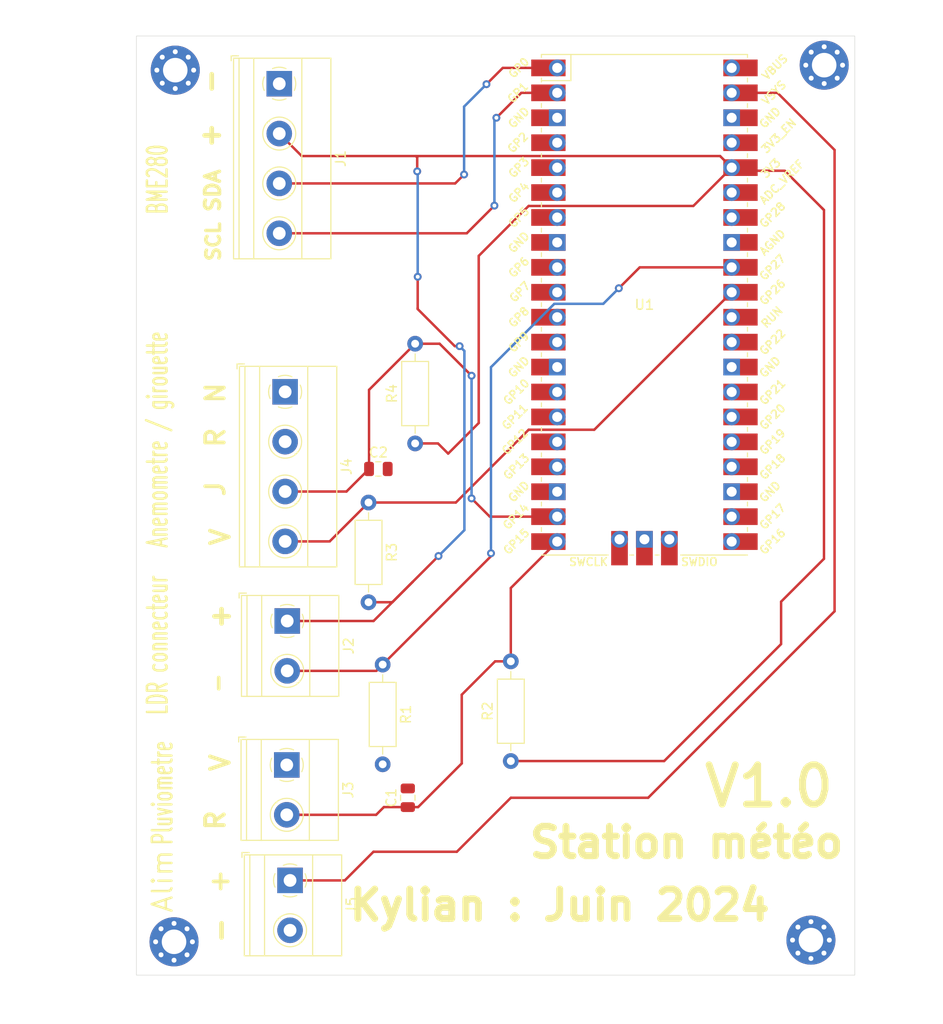
<source format=kicad_pcb>
(kicad_pcb (version 20240108) (generator "pcbnew") (generator_version "8.0")
  (layers (0 "F.Cu" signal) (31 "B.Cu" signal) (34 "B.Paste" user) (35 "F.Paste" user) (36 "B.SilkS" user "B.Silkscreen") (37 "F.SilkS" user "F.Silkscreen") (38 "B.Mask" user) (39 "F.Mask" user) (44 "Edge.Cuts" user))
  (net 0 "")
  (net 1 "GND")
  (net 2 "SCL")
  (net 3 "SDA")
  (net 4 "+3V3")
  (net 5 "A0")
  (net 6 "GP15")
  (net 7 "A1")
  (net 8 "A2")
  (net 13 "Vsyn")
  (net 18 "GP14")
  (footprint "TerminalBlock_Phoenix:TerminalBlock_Phoenix_MKDS-1,5-2-5.08_1x02_P5.08mm_Horizontal" (layer "F.Cu") (at 138.71 120.49 -90)
    (property "Reference" "J2" (at 2.54 -6.26 90) (layer "F.SilkS"))
    (property "Value" "LDR connecteur " (at 2.01 13.21 90) (layer "F.SilkS") (effects (font (size 2 1.2) (thickness 0.25) (bold yes))))
    (pad "1" thru_hole rect (at 0 0 270) (size 2.6 2.6) (drill 1.3) (layers "*.Cu" "*.Mask") (net 4 "+3V3"))
    (pad "2" thru_hole circle (at 5.08 0 270) (size 2.6 2.6) (drill 1.3) (layers "*.Cu" "*.Mask") (net 7 "A1"))
  )
  (footprint "Capacitor_SMD:C_0805_2012Metric" (layer "F.Cu") (at 148 105)
    (property "Reference" "C2" (at 0 -1.68 0) (layer "F.SilkS"))
    (property "Value" "10pF")
    (pad "1" smd roundrect (at -0.95 0) (size 1 1.45) (layers "F.Cu" "F.Paste" "F.Mask") (net 18 "GP14"))
    (pad "2" smd roundrect (at 0.95 0) (size 1 1.45) (layers "F.Cu" "F.Paste" "F.Mask") (net 1 "GND"))
  )
  (footprint "Resistor_THT:R_Axial_DIN0207_L6.3mm_D2.5mm_P10.16mm_Horizontal" (layer "F.Cu") (at 148.44 124.93 -90)
    (property "Reference" "R1" (at 5.08 -2.37 -90) (layer "F.SilkS"))
    (property "Value" "10000 ohm")
    (pad "1" thru_hole circle (at 0 0 270) (size 1.6 1.6) (drill 0.8) (layers "*.Cu" "*.Mask") (net 7 "A1"))
    (pad "2" thru_hole oval (at 10.16 0 270) (size 1.6 1.6) (drill 0.8) (layers "*.Cu" "*.Mask") (net 1 "GND"))
  )
  (footprint "Capacitor_SMD:C_0805_2012Metric" (layer "F.Cu") (at 151 138.5 90)
    (property "Reference" "C1" (at 0 -1.68 -90) (layer "F.SilkS"))
    (property "Value" "10pF")
    (pad "1" smd roundrect (at -0.95 0 90) (size 1 1.45) (layers "F.Cu" "F.Paste" "F.Mask") (net 6 "GP15"))
    (pad "2" smd roundrect (at 0.95 0 90) (size 1 1.45) (layers "F.Cu" "F.Paste" "F.Mask") (net 1 "GND"))
  )
  (footprint "MountingHole:MountingHole_2.5mm_Pad_Via" (layer "F.Cu") (at 127.3 64.37)
    (property "Reference" "REF**" (hide yes))
    (property "Value" "MountingHole_2.5mm_Pad_Via" (hide yes))
    (pad "1" thru_hole circle (at -1.875 0) (size 0.8 0.8) (drill 0.5) (layers "*.Cu" "*.Mask"))
    (pad "1" thru_hole circle (at -1.325825 -1.325825) (size 0.8 0.8) (drill 0.5) (layers "*.Cu" "*.Mask"))
    (pad "1" thru_hole circle (at -1.325825 1.325825) (size 0.8 0.8) (drill 0.5) (layers "*.Cu" "*.Mask"))
    (pad "1" thru_hole circle (at 0 -1.875) (size 0.8 0.8) (drill 0.5) (layers "*.Cu" "*.Mask"))
    (pad "1" thru_hole circle (at 0 0) (size 5 5) (drill 2.5) (layers "*.Cu" "*.Mask"))
    (pad "1" thru_hole circle (at 0 1.875) (size 0.8 0.8) (drill 0.5) (layers "*.Cu" "*.Mask"))
    (pad "1" thru_hole circle (at 1.325825 -1.325825) (size 0.8 0.8) (drill 0.5) (layers "*.Cu" "*.Mask"))
    (pad "1" thru_hole circle (at 1.325825 1.325825) (size 0.8 0.8) (drill 0.5) (layers "*.Cu" "*.Mask"))
    (pad "1" thru_hole circle (at 1.875 0) (size 0.8 0.8) (drill 0.5) (layers "*.Cu" "*.Mask"))
  )
  (footprint "MountingHole:MountingHole_2.5mm_Pad_Via" (layer "F.Cu") (at 192.09 153)
    (property "Reference" "REF**" (hide yes))
    (property "Value" "MountingHole_2.5mm_Pad_Via" (hide yes))
    (pad "1" thru_hole circle (at -1.875 0) (size 0.8 0.8) (drill 0.5) (layers "*.Cu" "*.Mask"))
    (pad "1" thru_hole circle (at -1.325825 -1.325825) (size 0.8 0.8) (drill 0.5) (layers "*.Cu" "*.Mask"))
    (pad "1" thru_hole circle (at -1.325825 1.325825) (size 0.8 0.8) (drill 0.5) (layers "*.Cu" "*.Mask"))
    (pad "1" thru_hole circle (at 0 -1.875) (size 0.8 0.8) (drill 0.5) (layers "*.Cu" "*.Mask"))
    (pad "1" thru_hole circle (at 0 0) (size 5 5) (drill 2.5) (layers "*.Cu" "*.Mask"))
    (pad "1" thru_hole circle (at 0 1.875) (size 0.8 0.8) (drill 0.5) (layers "*.Cu" "*.Mask"))
    (pad "1" thru_hole circle (at 1.325825 -1.325825) (size 0.8 0.8) (drill 0.5) (layers "*.Cu" "*.Mask"))
    (pad "1" thru_hole circle (at 1.325825 1.325825) (size 0.8 0.8) (drill 0.5) (layers "*.Cu" "*.Mask"))
    (pad "1" thru_hole circle (at 1.875 0) (size 0.8 0.8) (drill 0.5) (layers "*.Cu" "*.Mask"))
  )
  (footprint "MountingHole:MountingHole_2.5mm_Pad_Via" (layer "F.Cu") (at 127.174175 153.174175)
    (property "Reference" "REF**" (hide yes))
    (property "Value" "MountingHole_2.5mm_Pad_Via" (hide yes))
    (pad "1" thru_hole circle (at -1.875 0) (size 0.8 0.8) (drill 0.5) (layers "*.Cu" "*.Mask"))
    (pad "1" thru_hole circle (at -1.325825 -1.325825) (size 0.8 0.8) (drill 0.5) (layers "*.Cu" "*.Mask"))
    (pad "1" thru_hole circle (at -1.325825 1.325825) (size 0.8 0.8) (drill 0.5) (layers "*.Cu" "*.Mask"))
    (pad "1" thru_hole circle (at 0 -1.875) (size 0.8 0.8) (drill 0.5) (layers "*.Cu" "*.Mask"))
    (pad "1" thru_hole circle (at 0 0) (size 5 5) (drill 2.5) (layers "*.Cu" "*.Mask"))
    (pad "1" thru_hole circle (at 0 1.875) (size 0.8 0.8) (drill 0.5) (layers "*.Cu" "*.Mask"))
    (pad "1" thru_hole circle (at 1.325825 -1.325825) (size 0.8 0.8) (drill 0.5) (layers "*.Cu" "*.Mask"))
    (pad "1" thru_hole circle (at 1.325825 1.325825) (size 0.8 0.8) (drill 0.5) (layers "*.Cu" "*.Mask"))
    (pad "1" thru_hole circle (at 1.875 0) (size 0.8 0.8) (drill 0.5) (layers "*.Cu" "*.Mask"))
  )
  (footprint "TerminalBlock_Phoenix:TerminalBlock_Phoenix_MKDS-1,5-2-5.08_1x02_P5.08mm_Horizontal" (layer "F.Cu") (at 138.665 135.155 -90)
    (property "Reference" "J3" (at 2.54 -6.26 90) (layer "F.SilkS"))
    (property "Value" "Pluviometre" (at 2.845 12.665 90) (layer "F.SilkS") (effects (font (size 2 1.2) (thickness 0.25) (bold yes))))
    (pad "1" thru_hole rect (at 0 0 270) (size 2.6 2.6) (drill 1.3) (layers "*.Cu" "*.Mask") (net 1 "GND"))
    (pad "2" thru_hole circle (at 5.08 0 270) (size 2.6 2.6) (drill 1.3) (layers "*.Cu" "*.Mask") (net 6 "GP15"))
  )
  (footprint "TerminalBlock_Phoenix:TerminalBlock_Phoenix_MKDS-1,5-2-5.08_1x02_P5.08mm_Horizontal" (layer "F.Cu") (at 139 146.92 -90)
    (property "Reference" "J5" (at 2.54 -6.26 90) (layer "F.SilkS"))
    (property "Value" "Alim" (at 0.08 13 90) (layer "F.SilkS") (effects (font (size 2 2) (thickness 0.25) (bold yes))))
    (pad "1" thru_hole rect (at 0 0 270) (size 2.6 2.6) (drill 1.3) (layers "*.Cu" "*.Mask") (net 13 "Vsyn"))
    (pad "2" thru_hole circle (at 5.08 0 270) (size 2.6 2.6) (drill 1.3) (layers "*.Cu" "*.Mask") (net 1 "GND"))
  )
  (footprint "Resistor_THT:R_Axial_DIN0207_L6.3mm_D2.5mm_P10.16mm_Horizontal" (layer "F.Cu") (at 151.75 102.4 90)
    (property "Reference" "R4" (at 5.08 -2.37 90) (layer "F.SilkS"))
    (property "Value" "100K Ohm")
    (pad "1" thru_hole circle (at 0 0 90) (size 1.6 1.6) (drill 0.8) (layers "*.Cu" "*.Mask") (net 4 "+3V3"))
    (pad "2" thru_hole oval (at 10.16 0 90) (size 1.6 1.6) (drill 0.8) (layers "*.Cu" "*.Mask") (net 18 "GP14"))
  )
  (footprint "MountingHole:MountingHole_2.5mm_Pad_Via" (layer "F.Cu") (at 193.44 63.86)
    (property "Reference" "REF**" (hide yes))
    (property "Value" "MountingHole_2.5mm_Pad_Via" (hide yes))
    (pad "1" thru_hole circle (at -1.875 0) (size 0.8 0.8) (drill 0.5) (layers "*.Cu" "*.Mask"))
    (pad "1" thru_hole circle (at -1.325825 -1.325825) (size 0.8 0.8) (drill 0.5) (layers "*.Cu" "*.Mask"))
    (pad "1" thru_hole circle (at -1.325825 1.325825) (size 0.8 0.8) (drill 0.5) (layers "*.Cu" "*.Mask"))
    (pad "1" thru_hole circle (at 0 -1.875) (size 0.8 0.8) (drill 0.5) (layers "*.Cu" "*.Mask"))
    (pad "1" thru_hole circle (at 0 0) (size 5 5) (drill 2.5) (layers "*.Cu" "*.Mask"))
    (pad "1" thru_hole circle (at 0 1.875) (size 0.8 0.8) (drill 0.5) (layers "*.Cu" "*.Mask"))
    (pad "1" thru_hole circle (at 1.325825 -1.325825) (size 0.8 0.8) (drill 0.5) (layers "*.Cu" "*.Mask"))
    (pad "1" thru_hole circle (at 1.325825 1.325825) (size 0.8 0.8) (drill 0.5) (layers "*.Cu" "*.Mask"))
    (pad "1" thru_hole circle (at 1.875 0) (size 0.8 0.8) (drill 0.5) (layers "*.Cu" "*.Mask"))
  )
  (footprint "Resistor_THT:R_Axial_DIN0207_L6.3mm_D2.5mm_P10.16mm_Horizontal" (layer "F.Cu") (at 147 108.42 -90)
    (property "Reference" "R3" (at 5.08 -2.37 90) (layer "F.SilkS"))
    (property "Value" "R")
    (pad "1" thru_hole circle (at 0 0 270) (size 1.6 1.6) (drill 0.8) (layers "*.Cu" "*.Mask") (net 5 "A0"))
    (pad "2" thru_hole oval (at 10.16 0 270) (size 1.6 1.6) (drill 0.8) (layers "*.Cu" "*.Mask") (net 4 "+3V3"))
  )
  (footprint "Resistor_THT:R_Axial_DIN0207_L6.3mm_D2.5mm_P10.16mm_Horizontal" (layer "F.Cu") (at 161.5 134.76 90)
    (property "Reference" "R2" (at 5.08 -2.37 90) (layer "F.SilkS"))
    (property "Value" "100K Ohm")
    (pad "1" thru_hole circle (at 0 0 90) (size 1.6 1.6) (drill 0.8) (layers "*.Cu" "*.Mask") (net 4 "+3V3"))
    (pad "2" thru_hole oval (at 10.16 0 90) (size 1.6 1.6) (drill 0.8) (layers "*.Cu" "*.Mask") (net 6 "GP15"))
  )
  (footprint "MCU_RaspberryPi_and_Boards:RPi_Pico_SMD_TH" (layer "F.Cu") (at 175.12 88.27)
    (property "Reference" "U1" (at 0 0 0) (layer "F.SilkS"))
    (property "Value" "Pico")
    (fp_text user "GP21" (at 13.054 8.9 45) (layer "F.SilkS") (effects (font (size 0.8 0.8))))
    (fp_text user "GP6" (at -12.8 -3.81 45) (layer "F.SilkS") (effects (font (size 0.8 0.8))))
    (fp_text user "GP27" (at 13.054 -3.8 45) (layer "F.SilkS") (effects (font (size 0.8 0.8))))
    (fp_text user "GND" (at -12.8 6.35 45) (layer "F.SilkS") (effects (font (size 0.8 0.8))))
    (fp_text user "SWCLK" (at -5.7 26.2 0) (layer "F.SilkS") (effects (font (size 0.8 0.8))))
    (fp_text user "GP26" (at 13.054 -1.27 45) (layer "F.SilkS") (effects (font (size 0.8 0.8))))
    (fp_text user "GP12" (at -13.2 13.97 45) (layer "F.SilkS") (effects (font (size 0.8 0.8))))
    (fp_text user "GP1" (at -12.9 -21.6 45) (layer "F.SilkS") (effects (font (size 0.8 0.8))))
    (fp_text user "GND" (at 12.8 19.05 45) (layer "F.SilkS") (effects (font (size 0.8 0.8))))
    (fp_text user "GP17" (at 13.054 21.59 45) (layer "F.SilkS") (effects (font (size 0.8 0.8))))
    (fp_text user "3V3_EN" (at 13.7 -17.2 45) (layer "F.SilkS") (effects (font (size 0.8 0.8))))
    (fp_text user "GP3" (at -12.8 -13.97 45) (layer "F.SilkS") (effects (font (size 0.8 0.8))))
    (fp_text user "GP9" (at -12.8 3.81 45) (layer "F.SilkS") (effects (font (size 0.8 0.8))))
    (fp_text user "GP11" (at -13.2 11.43 45) (layer "F.SilkS") (effects (font (size 0.8 0.8))))
    (fp_text user "SWDIO" (at 5.6 26.2 0) (layer "F.SilkS") (effects (font (size 0.8 0.8))))
    (fp_text user "GP22" (at 13.054 3.81 45) (layer "F.SilkS") (effects (font (size 0.8 0.8))))
    (fp_text user "GND" (at -12.8 19.05 45) (layer "F.SilkS") (effects (font (size 0.8 0.8))))
    (fp_text user "GP16" (at 13.054 24.13 45) (layer "F.SilkS") (effects (font (size 0.8 0.8))))
    (fp_text user "GND" (at 12.8 -19.05 45) (layer "F.SilkS") (effects (font (size 0.8 0.8))))
    (fp_text user "GND" (at 12.8 6.35 45) (layer "F.SilkS") (effects (font (size 0.8 0.8))))
    (fp_text user "GP5" (at -12.8 -8.89 45) (layer "F.SilkS") (effects (font (size 0.8 0.8))))
    (fp_text user "ADC_VREF" (at 14 -12.5 45) (layer "F.SilkS") (effects (font (size 0.8 0.8))))
    (fp_text user "GP18" (at 13.054 16.51 45) (layer "F.SilkS") (effects (font (size 0.8 0.8))))
    (fp_text user "GND" (at -12.8 -6.35 45) (layer "F.SilkS") (effects (font (size 0.8 0.8))))
    (fp_text user "GP7" (at -12.7 -1.3 45) (layer "F.SilkS") (effects (font (size 0.8 0.8))))
    (fp_text user "GP28" (at 13.054 -9.144 45) (layer "F.SilkS") (effects (font (size 0.8 0.8))))
    (fp_text user "3V3" (at 12.9 -13.9 45) (layer "F.SilkS") (effects (font (size 0.8 0.8))))
    (fp_text user "GP15" (at -13.054 24.13 45) (layer "F.SilkS") (effects (font (size 0.8 0.8))))
    (fp_text user "GP20" (at 13.054 11.43 45) (layer "F.SilkS") (effects (font (size 0.8 0.8))))
    (fp_text user "VBUS" (at 13.3 -24.2 45) (layer "F.SilkS") (effects (font (size 0.8 0.8))))
    (fp_text user "GP14" (at -13.1 21.59 45) (layer "F.SilkS") (effects (font (size 0.8 0.8))))
    (fp_text user "GP13" (at -13.054 16.51 45) (layer "F.SilkS") (effects (font (size 0.8 0.8))))
    (fp_text user "RUN" (at 13 1.27 45) (layer "F.SilkS") (effects (font (size 0.8 0.8))))
    (fp_text user "GP2" (at -12.9 -16.51 45) (layer "F.SilkS") (effects (font (size 0.8 0.8))))
    (fp_text user "GP8" (at -12.8 1.27 45) (layer "F.SilkS") (effects (font (size 0.8 0.8))))
    (fp_text user "GP10" (at -13.054 8.89 45) (layer "F.SilkS") (effects (font (size 0.8 0.8))))
    (fp_text user "GP19" (at 13.054 13.97 45) (layer "F.SilkS") (effects (font (size 0.8 0.8))))
    (fp_text user "GP4" (at -12.8 -11.43 45) (layer "F.SilkS") (effects (font (size 0.8 0.8))))
    (fp_text user "GND" (at -12.8 -19.05 45) (layer "F.SilkS") (effects (font (size 0.8 0.8))))
    (fp_text user "VSYS" (at 13.2 -21.59 45) (layer "F.SilkS") (effects (font (size 0.8 0.8))))
    (fp_text user "GP0" (at -12.8 -24.13 45) (layer "F.SilkS") (effects (font (size 0.8 0.8))))
    (fp_text user "AGND" (at 13.054 -6.35 45) (layer "F.SilkS") (effects (font (size 0.8 0.8))))
    (pad "" np_thru_hole oval (at -2.725 -24) (size 1.8 1.8) (drill 1.8) (layers "*.Cu" "*.Mask"))
    (pad "" np_thru_hole oval (at -2.425 -20.97) (size 1.5 1.5) (drill 1.5) (layers "*.Cu" "*.Mask"))
    (pad "" np_thru_hole oval (at 2.425 -20.97) (size 1.5 1.5) (drill 1.5) (layers "*.Cu" "*.Mask"))
    (pad "" np_thru_hole oval (at 2.725 -24) (size 1.8 1.8) (drill 1.8) (layers "*.Cu" "*.Mask"))
    (pad "1" thru_hole oval (at -8.89 -24.13) (size 1.7 1.7) (drill 1.02) (layers "*.Cu" "*.Mask") (net 3 "SDA"))
    (pad "1" smd rect (at -8.89 -24.13) (size 3.5 1.7) (drill (offset -0.9 0)) (layers "F.Cu" "F.Mask") (net 3 "SDA"))
    (pad "2" thru_hole oval (at -8.89 -21.59) (size 1.7 1.7) (drill 1.02) (layers "*.Cu" "*.Mask") (net 2 "SCL"))
    (pad "2" smd rect (at -8.89 -21.59) (size 3.5 1.7) (drill (offset -0.9 0)) (layers "F.Cu" "F.Mask") (net 2 "SCL"))
    (pad "3" thru_hole rect (at -8.89 -19.05) (size 1.7 1.7) (drill 1.02) (layers "*.Cu" "*.Mask"))
    (pad "3" smd rect (at -8.89 -19.05) (size 3.5 1.7) (drill (offset -0.9 0)) (layers "F.Cu" "F.Mask"))
    (pad "4" thru_hole oval (at -8.89 -16.51) (size 1.7 1.7) (drill 1.02) (layers "*.Cu" "*.Mask"))
    (pad "4" smd rect (at -8.89 -16.51) (size 3.5 1.7) (drill (offset -0.9 0)) (layers "F.Cu" "F.Mask"))
    (pad "5" thru_hole oval (at -8.89 -13.97) (size 1.7 1.7) (drill 1.02) (layers "*.Cu" "*.Mask"))
    (pad "5" smd rect (at -8.89 -13.97) (size 3.5 1.7) (drill (offset -0.9 0)) (layers "F.Cu" "F.Mask"))
    (pad "6" thru_hole oval (at -8.89 -11.43) (size 1.7 1.7) (drill 1.02) (layers "*.Cu" "*.Mask"))
    (pad "6" smd rect (at -8.89 -11.43) (size 3.5 1.7) (drill (offset -0.9 0)) (layers "F.Cu" "F.Mask"))
    (pad "7" thru_hole oval (at -8.89 -8.89) (size 1.7 1.7) (drill 1.02) (layers "*.Cu" "*.Mask"))
    (pad "7" smd rect (at -8.89 -8.89) (size 3.5 1.7) (drill (offset -0.9 0)) (layers "F.Cu" "F.Mask"))
    (pad "8" thru_hole rect (at -8.89 -6.35) (size 1.7 1.7) (drill 1.02) (layers "*.Cu" "*.Mask"))
    (pad "8" smd rect (at -8.89 -6.35) (size 3.5 1.7) (drill (offset -0.9 0)) (layers "F.Cu" "F.Mask"))
    (pad "9" thru_hole oval (at -8.89 -3.81) (size 1.7 1.7) (drill 1.02) (layers "*.Cu" "*.Mask"))
    (pad "9" smd rect (at -8.89 -3.81) (size 3.5 1.7) (drill (offset -0.9 0)) (layers "F.Cu" "F.Mask"))
    (pad "10" thru_hole oval (at -8.89 -1.27) (size 1.7 1.7) (drill 1.02) (layers "*.Cu" "*.Mask"))
    (pad "10" smd rect (at -8.89 -1.27) (size 3.5 1.7) (drill (offset -0.9 0)) (layers "F.Cu" "F.Mask"))
    (pad "11" thru_hole oval (at -8.89 1.27) (size 1.7 1.7) (drill 1.02) (layers "*.Cu" "*.Mask"))
    (pad "11" smd rect (at -8.89 1.27) (size 3.5 1.7) (drill (offset -0.9 0)) (layers "F.Cu" "F.Mask"))
    (pad "12" thru_hole oval (at -8.89 3.81) (size 1.7 1.7) (drill 1.02) (layers "*.Cu" "*.Mask"))
    (pad "12" smd rect (at -8.89 3.81) (size 3.5 1.7) (drill (offset -0.9 0)) (layers "F.Cu" "F.Mask"))
    (pad "13" thru_hole rect (at -8.89 6.35) (size 1.7 1.7) (drill 1.02) (layers "*.Cu" "*.Mask"))
    (pad "13" smd rect (at -8.89 6.35) (size 3.5 1.7) (drill (offset -0.9 0)) (layers "F.Cu" "F.Mask"))
    (pad "14" thru_hole oval (at -8.89 8.89) (size 1.7 1.7) (drill 1.02) (layers "*.Cu" "*.Mask"))
    (pad "14" smd rect (at -8.89 8.89) (size 3.5 1.7) (drill (offset -0.9 0)) (layers "F.Cu" "F.Mask"))
    (pad "15" thru_hole oval (at -8.89 11.43) (size 1.7 1.7) (drill 1.02) (layers "*.Cu" "*.Mask"))
    (pad "15" smd rect (at -8.89 11.43) (size 3.5 1.7) (drill (offset -0.9 0)) (layers "F.Cu" "F.Mask"))
    (pad "16" thru_hole oval (at -8.89 13.97) (size 1.7 1.7) (drill 1.02) (layers "*.Cu" "*.Mask"))
    (pad "16" smd rect (at -8.89 13.97) (size 3.5 1.7) (drill (offset -0.9 0)) (layers "F.Cu" "F.Mask"))
    (pad "17" thru_hole oval (at -8.89 16.51) (size 1.7 1.7) (drill 1.02) (layers "*.Cu" "*.Mask"))
    (pad "17" smd rect (at -8.89 16.51) (size 3.5 1.7) (drill (offset -0.9 0)) (layers "F.Cu" "F.Mask"))
    (pad "18" thru_hole rect (at -8.89 19.05) (size 1.7 1.7) (drill 1.02) (layers "*.Cu" "*.Mask"))
    (pad "18" smd rect (at -8.89 19.05) (size 3.5 1.7) (drill (offset -0.9 0)) (layers "F.Cu" "F.Mask"))
    (pad "19" thru_hole oval (at -8.89 21.59) (size 1.7 1.7) (drill 1.02) (layers "*.Cu" "*.Mask") (net 18 "GP14"))
    (pad "19" smd rect (at -8.89 21.59) (size 3.5 1.7) (drill (offset -0.9 0)) (layers "F.Cu" "F.Mask") (net 18 "GP14"))
    (pad "20" thru_hole oval (at -8.89 24.13) (size 1.7 1.7) (drill 1.02) (layers "*.Cu" "*.Mask") (net 6 "GP15"))
    (pad "20" smd rect (at -8.89 24.13) (size 3.5 1.7) (drill (offset -0.9 0)) (layers "F.Cu" "F.Mask") (net 6 "GP15"))
    (pad "21" thru_hole oval (at 8.89 24.13) (size 1.7 1.7) (drill 1.02) (layers "*.Cu" "*.Mask"))
    (pad "21" smd rect (at 8.89 24.13) (size 3.5 1.7) (drill (offset 0.9 0)) (layers "F.Cu" "F.Mask"))
    (pad "22" thru_hole oval (at 8.89 21.59) (size 1.7 1.7) (drill 1.02) (layers "*.Cu" "*.Mask"))
    (pad "22" smd rect (at 8.89 21.59) (size 3.5 1.7) (drill (offset 0.9 0)) (layers "F.Cu" "F.Mask"))
    (pad "23" thru_hole rect (at 8.89 19.05) (size 1.7 1.7) (drill 1.02) (layers "*.Cu" "*.Mask"))
    (pad "23" smd rect (at 8.89 19.05) (size 3.5 1.7) (drill (offset 0.9 0)) (layers "F.Cu" "F.Mask"))
    (pad "24" thru_hole oval (at 8.89 16.51) (size 1.7 1.7) (drill 1.02) (layers "*.Cu" "*.Mask"))
    (pad "24" smd rect (at 8.89 16.51) (size 3.5 1.7) (drill (offset 0.9 0)) (layers "F.Cu" "F.Mask"))
    (pad "25" thru_hole oval (at 8.89 13.97) (size 1.7 1.7) (drill 1.02) (layers "*.Cu" "*.Mask"))
    (pad "25" smd rect (at 8.89 13.97) (size 3.5 1.7) (drill (offset 0.9 0)) (layers "F.Cu" "F.Mask"))
    (pad "26" thru_hole oval (at 8.89 11.43) (size 1.7 1.7) (drill 1.02) (layers "*.Cu" "*.Mask"))
    (pad "26" smd rect (at 8.89 11.43) (size 3.5 1.7) (drill (offset 0.9 0)) (layers "F.Cu" "F.Mask"))
    (pad "27" thru_hole oval (at 8.89 8.89) (size 1.7 1.7) (drill 1.02) (layers "*.Cu" "*.Mask"))
    (pad "27" smd rect (at 8.89 8.89) (size 3.5 1.7) (drill (offset 0.9 0)) (layers "F.Cu" "F.Mask"))
    (pad "28" thru_hole rect (at 8.89 6.35) (size 1.7 1.7) (drill 1.02) (layers "*.Cu" "*.Mask"))
    (pad "28" smd rect (at 8.89 6.35) (size 3.5 1.7) (drill (offset 0.9 0)) (layers "F.Cu" "F.Mask"))
    (pad "29" thru_hole oval (at 8.89 3.81) (size 1.7 1.7) (drill 1.02) (layers "*.Cu" "*.Mask"))
    (pad "29" smd rect (at 8.89 3.81) (size 3.5 1.7) (drill (offset 0.9 0)) (layers "F.Cu" "F.Mask"))
    (pad "30" thru_hole oval (at 8.89 1.27) (size 1.7 1.7) (drill 1.02) (layers "*.Cu" "*.Mask"))
    (pad "30" smd rect (at 8.89 1.27) (size 3.5 1.7) (drill (offset 0.9 0)) (layers "F.Cu" "F.Mask"))
    (pad "31" thru_hole oval (at 8.89 -1.27) (size 1.7 1.7) (drill 1.02) (layers "*.Cu" "*.Mask") (net 5 "A0"))
    (pad "31" smd rect (at 8.89 -1.27) (size 3.5 1.7) (drill (offset 0.9 0)) (layers "F.Cu" "F.Mask") (net 5 "A0"))
    (pad "32" thru_hole oval (at 8.89 -3.81) (size 1.7 1.7) (drill 1.02) (layers "*.Cu" "*.Mask") (net 7 "A1"))
    (pad "32" smd rect (at 8.89 -3.81) (size 3.5 1.7) (drill (offset 0.9 0)) (layers "F.Cu" "F.Mask") (net 7 "A1"))
    (pad "33" thru_hole rect (at 8.89 -6.35) (size 1.7 1.7) (drill 1.02) (layers "*.Cu" "*.Mask"))
    (pad "33" smd rect (at 8.89 -6.35) (size 3.5 1.7) (drill (offset 0.9 0)) (layers "F.Cu" "F.Mask"))
    (pad "34" thru_hole oval (at 8.89 -8.89) (size 1.7 1.7) (drill 1.02) (layers "*.Cu" "*.Mask") (net 8 "A2"))
    (pad "34" smd rect (at 8.89 -8.89) (size 3.5 1.7) (drill (offset 0.9 0)) (layers "F.Cu" "F.Mask") (net 8 "A2"))
    (pad "35" thru_hole oval (at 8.89 -11.43) (size 1.7 1.7) (drill 1.02) (layers "*.Cu" "*.Mask"))
    (pad "35" smd rect (at 8.89 -11.43) (size 3.5 1.7) (drill (offset 0.9 0)) (layers "F.Cu" "F.Mask"))
    (pad "36" thru_hole oval (at 8.89 -13.97) (size 1.7 1.7) (drill 1.02) (layers "*.Cu" "*.Mask") (net 4 "+3V3"))
    (pad "36" smd rect (at 8.89 -13.97) (size 3.5 1.7) (drill (offset 0.9 0)) (layers "F.Cu" "F.Mask") (net 4 "+3V3"))
    (pad "37" thru_hole oval (at 8.89 -16.51) (size 1.7 1.7) (drill 1.02) (layers "*.Cu" "*.Mask"))
    (pad "37" smd rect (at 8.89 -16.51) (size 3.5 1.7) (drill (offset 0.9 0)) (layers "F.Cu" "F.Mask"))
    (pad "38" thru_hole rect (at 8.89 -19.05) (size 1.7 1.7) (drill 1.02) (layers "*.Cu" "*.Mask") (net 1 "GND"))
    (pad "38" smd rect (at 8.89 -19.05) (size 3.5 1.7) (drill (offset 0.9 0)) (layers "F.Cu" "F.Mask") (net 1 "GND"))
    (pad "39" thru_hole oval (at 8.89 -21.59) (size 1.7 1.7) (drill 1.02) (layers "*.Cu" "*.Mask") (net 13 "Vsyn"))
    (pad "39" smd rect (at 8.89 -21.59) (size 3.5 1.7) (drill (offset 0.9 0)) (layers "F.Cu" "F.Mask") (net 13 "Vsyn"))
    (pad "40" thru_hole oval (at 8.89 -24.13) (size 1.7 1.7) (drill 1.02) (layers "*.Cu" "*.Mask"))
    (pad "40" smd rect (at 8.89 -24.13) (size 3.5 1.7) (drill (offset 0.9 0)) (layers "F.Cu" "F.Mask"))
    (pad "41" thru_hole oval (at -2.54 23.9) (size 1.7 1.7) (drill 1.02) (layers "*.Cu" "*.Mask"))
    (pad "41" smd rect (at -2.54 23.9 90) (size 3.5 1.7) (drill (offset -0.9 0)) (layers "F.Cu" "F.Mask"))
    (pad "42" thru_hole rect (at 0 23.9) (size 1.7 1.7) (drill 1.02) (layers "*.Cu" "*.Mask"))
    (pad "42" smd rect (at 0 23.9 90) (size 3.5 1.7) (drill (offset -0.9 0)) (layers "F.Cu" "F.Mask"))
    (pad "43" thru_hole oval (at 2.54 23.9) (size 1.7 1.7) (drill 1.02) (layers "*.Cu" "*.Mask"))
    (pad "43" smd rect (at 2.54 23.9 90) (size 3.5 1.7) (drill (offset -0.9 0)) (layers "F.Cu" "F.Mask"))
  )
  (footprint "TerminalBlock_Phoenix:TerminalBlock_Phoenix_MKDS-1,5-4-5.08_1x04_P5.08mm_Horizontal" (layer "F.Cu") (at 137.9 65.75 -90)
    (property "Reference" "J1" (at 7.62 -6.26 -90) (layer "F.SilkS"))
    (property "Value" "BME280" (at 9.75 12.4 -90) (layer "F.SilkS") (effects (font (size 2 1.2) (thickness 0.25) (bold yes))))
    (pad "1" thru_hole rect (at 0 0 270) (size 2.6 2.6) (drill 1.3) (layers "*.Cu" "*.Mask") (net 1 "GND"))
    (pad "2" thru_hole circle (at 5.08 0 270) (size 2.6 2.6) (drill 1.3) (layers "*.Cu" "*.Mask") (net 4 "+3V3"))
    (pad "3" thru_hole circle (at 10.16 0 270) (size 2.6 2.6) (drill 1.3) (layers "*.Cu" "*.Mask") (net 3 "SDA"))
    (pad "4" thru_hole circle (at 15.24 0 270) (size 2.6 2.6) (drill 1.3) (layers "*.Cu" "*.Mask") (net 2 "SCL"))
  )
  (footprint "TerminalBlock_Phoenix:TerminalBlock_Phoenix_MKDS-1,5-4-5.08_1x04_P5.08mm_Horizontal" (layer "F.Cu") (at 138.5 97.14 -90)
    (property "Reference" "J4" (at 7.62 -6.26 90) (layer "F.SilkS"))
    (property "Value" "Anemometre / girouette" (at 4.86 13 90) (layer "F.SilkS") (effects (font (size 2 1.2) (thickness 0.25) (bold yes))))
    (pad "1" thru_hole rect (at 0 0 270) (size 2.6 2.6) (drill 1.3) (layers "*.Cu" "*.Mask") (net 1 "GND"))
    (pad "2" thru_hole circle (at 5.08 0 270) (size 2.6 2.6) (drill 1.3) (layers "*.Cu" "*.Mask") (net 1 "GND"))
    (pad "3" thru_hole circle (at 10.16 0 270) (size 2.6 2.6) (drill 1.3) (layers "*.Cu" "*.Mask") (net 18 "GP14"))
    (pad "4" thru_hole circle (at 15.24 0 270) (size 2.6 2.6) (drill 1.3) (layers "*.Cu" "*.Mask") (net 5 "A0"))
  )
  (gr_rect (start 123.34 60.89) (end 196.56 156.57) (stroke (width 0.05)) (fill none) (layer "Edge.Cuts"))
  (gr_text "+" (at 133 121.5 90) (layer "F.SilkS") (effects (font (size 1.9 1.9) (thickness 0.475) (bold yes)) (justify left bottom)))
  (gr_text "-" (at 132.5 128 90) (layer "F.SilkS") (effects (font (size 1.5 1.5) (thickness 0.375) (bold yes)) (justify left bottom)))
  (gr_text "R" (at 132.5 142 90) (layer "F.SilkS") (effects (font (size 1.9 1.9) (thickness 0.4) (bold yes)) (justify left bottom)))
  (gr_text "+" (at 132 72.5 90) (layer "F.SilkS") (effects (font (size 1.9 1.9) (thickness 0.475) (bold yes)) (justify left bottom)))
  (gr_text "V" (at 133 136 90) (layer "F.SilkS") (effects (font (size 1.9 1.9) (thickness 0.4) (bold yes)) (justify left bottom)))
  (gr_text "Station météo " (at 163.09 144.81 0) (layer "F.SilkS") (effects (font (size 3 3) (thickness 0.7) (bold yes)) (justify left bottom)))
  (gr_text "-" (at 132 67 90) (layer "F.SilkS") (effects (font (size 1.9 1.9) (thickness 0.475) (bold yes)) (justify left bottom)))
  (gr_text "V1.0" (at 180.87 139.67 0) (layer "F.SilkS") (effects (font (size 4 4) (thickness 0.7) (bold yes)) (justify left bottom)))
  (gr_text "Kylian : Juin 2024" (at 144.74 151.2 0) (layer "F.SilkS") (effects (font (size 3 3) (thickness 0.7) (bold yes)) (justify left bottom)))
  (gr_text "SDA" (at 132 79 90) (layer "F.SilkS") (effects (font (size 1.5 1.5) (thickness 0.375) (bold yes)) (justify left bottom)))
  (gr_text "N" (at 132.5 98.5 90) (layer "F.SilkS") (effects (font (size 1.9 1.9) (thickness 0.375) (bold yes)) (justify left bottom)))
  (gr_text "+" (at 130.5 148 0) (layer "F.SilkS") (effects (font (size 1.9 1.9) (thickness 0.375) (bold yes)) (justify left bottom)))
  (gr_text "-" (at 133 153.5 90) (layer "F.SilkS") (effects (font (size 1.9 1.9) (thickness 0.475) (bold yes)) (justify left bottom)))
  (gr_text "R" (at 132.5 103 90) (layer "F.SilkS") (effects (font (size 1.9 1.9) (thickness 0.375) (bold yes)) (justify left bottom)))
  (gr_text "J" (at 132.5 108 90) (layer "F.SilkS") (effects (font (size 1.9 1.9) (thickness 0.375) (bold yes)) (justify left bottom)))
  (gr_text "V" (at 133 113 90) (layer "F.SilkS") (effects (font (size 1.9 1.9) (thickness 0.4) (bold yes)) (justify left bottom)))
  (gr_text "SCL" (at 132 84 90) (layer "F.SilkS") (effects (font (size 1.4 1.4) (thickness 0.35) (bold yes)) (justify left bottom)))
  (segment (start 137.9 80.99) (end 157.01 80.99) (width 0.25) (layer "F.Cu") (net 2))
  (segment (start 160.03 69.22) (end 162.57 66.68) (width 0.25) (layer "F.Cu") (net 2))
  (segment (start 157.01 80.99) (end 159.83 78.17) (width 0.25) (layer "F.Cu") (net 2))
  (segment (start 162.57 66.68) (end 166.23 66.68) (width 0.25) (layer "F.Cu") (net 2))
  (via (at 160.03 69.22) (size 0.8) (drill 0.4) (layers "F.Cu" "B.Cu") (net 2))
  (via (at 159.83 78.17) (size 0.8) (drill 0.4) (layers "F.Cu" "B.Cu") (net 2))
  (segment (start 159.83 69.42) (end 160.03 69.22) (width 0.25) (layer "B.Cu") (net 2))
  (segment (start 159.83 78.17) (end 159.83 69.42) (width 0.25) (layer "B.Cu") (net 2))
  (segment (start 155.83 75.91) (end 156.74 75) (width 0.25) (layer "F.Cu") (net 3))
  (segment (start 137.9 75.91) (end 155.83 75.91) (width 0.25) (layer "F.Cu") (net 3))
  (segment (start 159.02 65.8) (end 160.68 64.14) (width 0.25) (layer "F.Cu") (net 3))
  (segment (start 160.68 64.14) (end 166.23 64.14) (width 0.25) (layer "F.Cu") (net 3))
  (via (at 156.74 75) (size 0.8) (drill 0.4) (layers "F.Cu" "B.Cu") (net 3))
  (via (at 159.02 65.8) (size 0.8) (drill 0.4) (layers "F.Cu" "B.Cu") (net 3))
  (segment (start 156.74 68.08) (end 159.02 65.8) (width 0.25) (layer "B.Cu") (net 3))
  (segment (start 156.74 75) (end 156.74 68.08) (width 0.25) (layer "B.Cu") (net 3))
  (segment (start 137.9 70.83) (end 140.19 73.12) (width 0.25) (layer "F.Cu") (net 4))
  (segment (start 155.79 92.49) (end 152.01 88.71) (width 0.25) (layer "F.Cu") (net 4))
  (segment (start 193.42 114.15) (end 193.42 78.62) (width 0.25) (layer "F.Cu") (net 4))
  (segment (start 151.5 116.5) (end 154.13 113.87) (width 0.25) (layer "F.Cu") (net 4))
  (segment (start 151.96 73.26) (end 151.82 73.12) (width 0.25) (layer "F.Cu") (net 4))
  (segment (start 154.08 102.4) (end 155.115 103.435) (width 0.25) (layer "F.Cu") (net 4))
  (segment (start 152.01 88.71) (end 152.01 88.6) (width 0.25) (layer "F.Cu") (net 4))
  (segment (start 177.13 134.76) (end 189.05 122.84) (width 0.25) (layer "F.Cu") (net 4))
  (segment (start 151.82 73.12) (end 182.83 73.12) (width 0.25) (layer "F.Cu") (net 4))
  (segment (start 158.23 100.32) (end 158.23 83.29) (width 0.25) (layer "F.Cu") (net 4))
  (segment (start 193.34 78.54) (end 193.21 78.41) (width 0.25) (layer "F.Cu") (net 4))
  (segment (start 147.51 120.49) (end 151.5 116.5) (width 0.25) (layer "F.Cu") (net 4))
  (segment (start 147 118.58) (end 149.42 118.58) (width 0.25) (layer "F.Cu") (net 4))
  (segment (start 180.105 78.205) (end 183.691802 74.618198) (width 0.25) (layer "F.Cu") (net 4))
  (segment (start 140.19 73.12) (end 151.82 73.12) (width 0.25) (layer "F.Cu") (net 4))
  (segment (start 182.83 73.12) (end 184.01 74.3) (width 0.25) (layer "F.Cu") (net 4))
  (segment (start 161.5 134.76) (end 177.13 134.76) (width 0.25) (layer "F.Cu") (net 4))
  (segment (start 158.23 83.29) (end 163.315 78.205) (width 0.25) (layer "F.Cu") (net 4))
  (segment (start 189.05 118.52) (end 193.42 114.15) (width 0.25) (layer "F.Cu") (net 4))
  (segment (start 138.71 120.49) (end 147.51 120.49) (width 0.25) (layer "F.Cu") (net 4))
  (segment (start 151.75 102.4) (end 154.08 102.4) (width 0.25) (layer "F.Cu") (net 4))
  (segment (start 163.315 78.205) (end 180.105 78.205) (width 0.25) (layer "F.Cu") (net 4))
  (segment (start 152.01 88.6) (end 152.01 85.42) (width 0.25) (layer "F.Cu") (net 4))
  (segment (start 155.115 103.435) (end 158.23 100.32) (width 0.25) (layer "F.Cu") (net 4))
  (segment (start 189.418198 74.618198) (end 184.328198 74.618198) (width 0.25) (layer "F.Cu") (net 4))
  (segment (start 193.21 78.41) (end 189.418198 74.618198) (width 0.25) (layer "F.Cu") (net 4))
  (segment (start 149.42 118.58) (end 151.5 116.5) (width 0.25) (layer "F.Cu") (net 4))
  (segment (start 189.05 122.84) (end 189.05 118.52) (width 0.25) (layer "F.Cu") (net 4))
  (segment (start 193.42 78.62) (end 193.21 78.41) (width 0.25) (layer "F.Cu") (net 4))
  (segment (start 151.96 74.68) (end 151.96 73.26) (width 0.25) (layer "F.Cu") (net 4))
  (segment (start 156.28 92.49) (end 155.79 92.49) (width 0.25) (layer "F.Cu") (net 4))
  (via (at 151.96 74.68) (size 0.8) (drill 0.4) (layers "F.Cu" "B.Cu") (net 4))
  (via (at 152.01 85.42) (size 0.8) (drill 0.4) (layers "F.Cu" "B.Cu") (net 4))
  (via (at 156.28 92.49) (size 0.8) (drill 0.4) (layers "F.Cu" "B.Cu") (net 4))
  (via (at 154.13 113.87) (size 0.8) (drill 0.4) (layers "F.Cu" "B.Cu") (net 4))
  (segment (start 156.77 92.98) (end 156.28 92.49) (width 0.25) (layer "B.Cu") (net 4))
  (segment (start 152.01 85.42) (end 152.01 74.73) (width 0.25) (layer "B.Cu") (net 4))
  (segment (start 156.77 111.23) (end 156.77 92.98) (width 0.25) (layer "B.Cu") (net 4))
  (segment (start 154.13 113.87) (end 156.77 111.23) (width 0.25) (layer "B.Cu") (net 4))
  (segment (start 152.01 74.73) (end 151.96 74.68) (width 0.25) (layer "B.Cu") (net 4))
  (segment (start 163.315 101.005) (end 170.005 101.005) (width 0.25) (layer "F.Cu") (net 5))
  (segment (start 138.5 112.38) (end 143.04 112.38) (width 0.25) (layer "F.Cu") (net 5))
  (segment (start 147 108.42) (end 155.9 108.42) (width 0.25) (layer "F.Cu") (net 5))
  (segment (start 170.005 101.005) (end 184.01 87) (width 0.25) (layer "F.Cu") (net 5))
  (segment (start 143.04 112.38) (end 147 108.42) (width 0.25) (layer "F.Cu") (net 5))
  (segment (start 155.9 108.42) (end 163.315 101.005) (width 0.25) (layer "F.Cu") (net 5))
  (segment (start 166.23 112.4) (end 161.5 117.13) (width 0.25) (layer "F.Cu") (net 6))
  (segment (start 156.5 128) (end 159.9 124.6) (width 0.25) (layer "F.Cu") (net 6))
  (segment (start 151 139.45) (end 152.05 139.45) (width 0.25) (layer "F.Cu") (net 6))
  (segment (start 159.9 124.6) (end 161.5 124.6) (width 0.25) (layer "F.Cu") (net 6))
  (segment (start 156.5 135) (end 156.5 128) (width 0.25) (layer "F.Cu") (net 6))
  (segment (start 161.5 117.13) (end 161.5 124.6) (width 0.25) (layer "F.Cu") (net 6))
  (segment (start 138.665 140.235) (end 147.775 140.235) (width 0.25) (layer "F.Cu") (net 6))
  (segment (start 152.05 139.45) (end 156.5 135) (width 0.25) (layer "F.Cu") (net 6))
  (segment (start 147.775 140.235) (end 148.56 139.45) (width 0.25) (layer "F.Cu") (net 6))
  (segment (start 148.56 139.45) (end 151 139.45) (width 0.25) (layer "F.Cu") (net 6))
  (segment (start 159.48 113.89) (end 159.48 113.59) (width 0.25) (layer "F.Cu") (net 7))
  (segment (start 148.44 124.93) (end 159.48 113.89) (width 0.25) (layer "F.Cu") (net 7))
  (segment (start 138.71 125.57) (end 147.8 125.57) (width 0.25) (layer "F.Cu") (net 7))
  (segment (start 174.64 84.46) (end 184.01 84.46) (width 0.25) (layer "F.Cu") (net 7))
  (segment (start 172.51 86.59) (end 174.64 84.46) (width 0.25) (layer "F.Cu") (net 7))
  (segment (start 147.8 125.57) (end 148.44 124.93) (width 0.25) (layer "F.Cu") (net 7))
  (via (at 172.51 86.59) (size 0.8) (drill 0.4) (layers "F.Cu" "B.Cu") (net 7))
  (via (at 159.48 113.59) (size 0.8) (drill 0.4) (layers "F.Cu" "B.Cu") (net 7))
  (segment (start 159.48 94.628299) (end 165.933299 88.175) (width 0.25) (layer "B.Cu") (net 7))
  (segment (start 165.933299 88.175) (end 170.925 88.175) (width 0.25) (layer "B.Cu") (net 7))
  (segment (start 170.925 88.175) (end 172.51 86.59) (width 0.25) (layer "B.Cu") (net 7))
  (segment (start 159.48 113.59) (end 159.48 94.628299) (width 0.25) (layer "B.Cu") (net 7))
  (segment (start 147.5 144) (end 156 144) (width 0.25) (layer "F.Cu") (net 13))
  (segment (start 175.5 138.5) (end 194.5 119.5) (width 0.25) (layer "F.Cu") (net 13))
  (segment (start 139 146.92) (end 144.58 146.92) (width 0.25) (layer "F.Cu") (net 13))
  (segment (start 161.5 138.5) (end 175.5 138.5) (width 0.25) (layer "F.Cu") (net 13))
  (segment (start 194.5 72.5) (end 188.68 66.68) (width 0.25) (layer "F.Cu") (net 13))
  (segment (start 194.5 119.5) (end 194.5 72.5) (width 0.25) (layer "F.Cu") (net 13))
  (segment (start 188.68 66.68) (end 184.01 66.68) (width 0.25) (layer "F.Cu") (net 13))
  (segment (start 144.58 146.92) (end 147.5 144) (width 0.25) (layer "F.Cu") (net 13))
  (segment (start 156 144) (end 161.5 138.5) (width 0.25) (layer "F.Cu") (net 13))
  (segment (start 151.75 92.24) (end 154.24 92.24) (width 0.25) (layer "F.Cu") (net 18))
  (segment (start 157.5 108) (end 159.36 109.86) (width 0.25) (layer "F.Cu") (net 18))
  (segment (start 147.05 96.94) (end 151.75 92.24) (width 0.25) (layer "F.Cu") (net 18))
  (segment (start 159.36 109.86) (end 166.23 109.86) (width 0.25) (layer "F.Cu") (net 18))
  (segment (start 138.5 107.3) (end 144.75 107.3) (width 0.25) (layer "F.Cu") (net 18))
  (segment (start 154.24 92.24) (end 157.5 95.5) (width 0.25) (layer "F.Cu") (net 18))
  (segment (start 147.05 105) (end 147.05 96.94) (width 0.25) (layer "F.Cu") (net 18))
  (segment (start 144.75 107.3) (end 147.05 105) (width 0.25) (layer "F.Cu") (net 18))
  (via (at 157.5 95.5) (size 0.8) (drill 0.4) (layers "F.Cu" "B.Cu") (net 18))
  (via (at 157.5 108) (size 0.8) (drill 0.4) (layers "F.Cu" "B.Cu") (net 18))
  (segment (start 157.5 95.5) (end 157.5 108) (width 0.25) (layer "B.Cu") (net 18))
)
</source>
